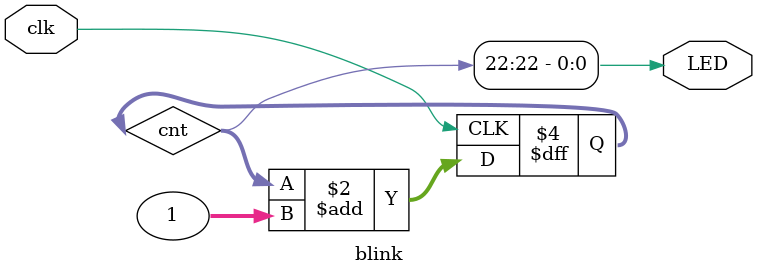
<source format=v>
	module blink (
	input wire clk, // 50MHz input clock
	output wire LED // LED ouput
	);

// create a binary counter[31:0] cnt; // 32-bit counter

reg [31:0] cnt;

initial begin

cnt <= 32'h00000000; // start at zero

end

always @(posedge clk) begin

cnt <= cnt + 1; // count up

end

//assign LED to 25th bit of the counter to blink the LED at a few Hz
assign LED = cnt[22];

endmodule
</source>
